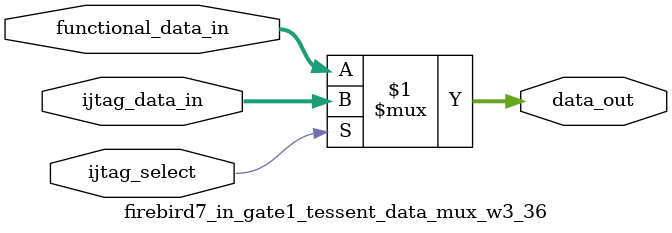
<source format=sv>

module firebird7_in_gate1_tessent_data_mux_w3_36 (
  input wire ijtag_select,
  input wire [2:0]  functional_data_in,
  input wire [2:0]  ijtag_data_in,
  output wire [2:0] data_out
);
assign data_out = (ijtag_select) ? ijtag_data_in : functional_data_in;
endmodule

</source>
